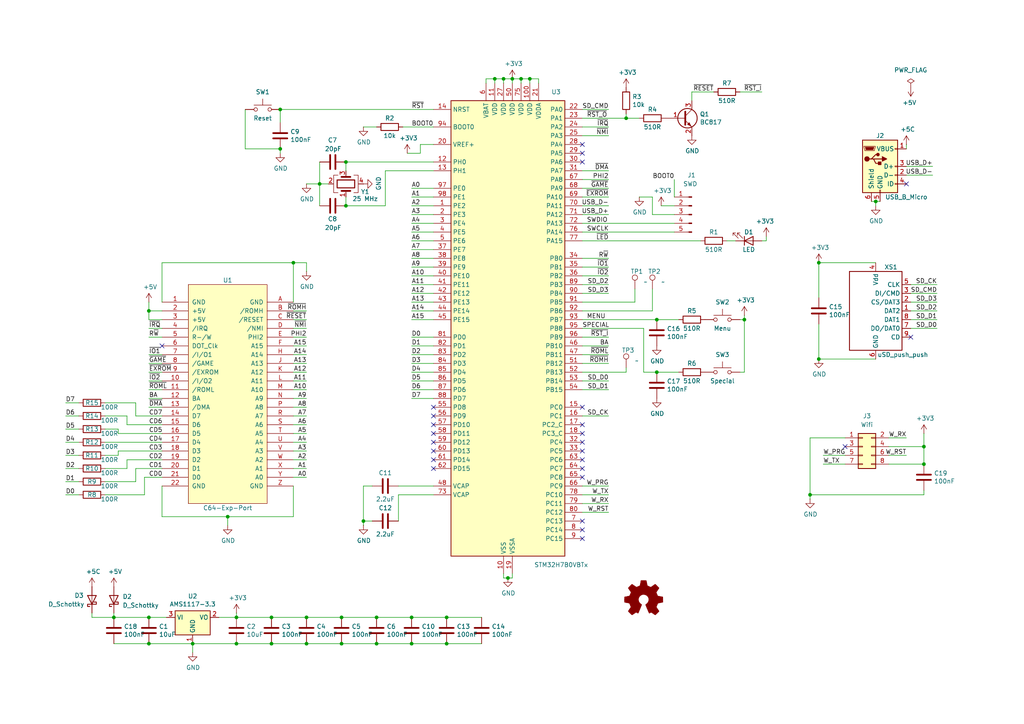
<source format=kicad_sch>
(kicad_sch (version 20231120) (generator "eeschema") (generator_version "8.0")
  (paper "A4")
  (title_block (title "Kung Fu Flash 2") (date "2023-12-26") (rev "1") (company "open hardware"))
  (lib_symbols
    (symbol "Connector:Conn_01x05_Pin" (pin_names (offset 1.016) hide)
      (property "Reference" "J" (at 0 7.62 0))
      (property "Value" "Conn_01x05_Pin" (at 0 -7.62 0))
      (symbol "Conn_01x05_Pin_1_1"
        (pin passive line (at 5.08 5.08 180) (length 3.81) (name "Pin_1") (number "1"))
        (pin passive line (at 5.08 2.54 180) (length 3.81) (name "Pin_2") (number "2"))
        (pin passive line (at 5.08 0 180) (length 3.81) (name "Pin_3") (number "3"))
        (pin passive line (at 5.08 -2.54 180) (length 3.81) (name "Pin_4") (number "4"))
        (pin passive line (at 5.08 -5.08 180) (length 3.81) (name "Pin_5") (number "5"))
      )
    )
    (symbol "Connector:TestPoint" (pin_numbers hide) (pin_names (offset 0.762) hide)
      (property "Reference" "TP" (at 0 6.858 0))
      (property "Value" "TestPoint" (at 0 5.08 0))
      (symbol "TestPoint_1_1"
        (pin passive line (at 0 0 90) (length 2.54) (name "1") (number "1"))
      )
    )
    (symbol "Connector_Generic:Conn_02x04_Odd_Even" (pin_names (offset 1.016) hide)
      (property "Reference" "J" (at 1.27 5.08 0))
      (property "Value" "Conn_02x04_Odd_Even" (at 1.27 -7.62 0))
      (symbol "Conn_02x04_Odd_Even_1_1"
        (pin passive line (at -5.08 2.54 0) (length 3.81) (name "Pin_1") (number "1"))
        (pin passive line (at 7.62 2.54 180) (length 3.81) (name "Pin_2") (number "2"))
        (pin passive line (at -5.08 0 0) (length 3.81) (name "Pin_3") (number "3"))
        (pin passive line (at 7.62 0 180) (length 3.81) (name "Pin_4") (number "4"))
        (pin passive line (at -5.08 -2.54 0) (length 3.81) (name "Pin_5") (number "5"))
        (pin passive line (at 7.62 -2.54 180) (length 3.81) (name "Pin_6") (number "6"))
        (pin passive line (at -5.08 -5.08 0) (length 3.81) (name "Pin_7") (number "7"))
        (pin passive line (at 7.62 -5.08 180) (length 3.81) (name "Pin_8") (number "8"))
      )
    )
    (symbol "Device:C" (pin_numbers hide) (pin_names (offset 0.254))
      (property "Reference" "C" (at 0.635 2.54 0))
      (property "Value" "C" (at 0.635 -2.54 0))
      (symbol "C_1_1"
        (pin passive line (at 0 3.81 270) (length 2.794) (name "~") (number "1"))
        (pin passive line (at 0 -3.81 90) (length 2.794) (name "~") (number "2"))
      )
    )
    (symbol "Device:Crystal_GND24" (pin_names (offset 1.016) hide)
      (property "Reference" "Y" (at 3.175 5.08 0))
      (property "Value" "Crystal_GND24" (at 3.175 3.175 0))
      (symbol "Crystal_GND24_1_1"
        (pin passive line (at -3.81 0 0) (length 1.27) (name "1") (number "1"))
        (pin passive line (at 0 5.08 270) (length 1.27) (name "2") (number "2"))
        (pin passive line (at 3.81 0 180) (length 1.27) (name "3") (number "3"))
        (pin passive line (at 0 -5.08 90) (length 1.27) (name "4") (number "4"))
      )
    )
    (symbol "Device:D_Schottky" (pin_numbers hide) (pin_names (offset 1.016) hide)
      (property "Reference" "D" (at 0 2.54 0))
      (property "Value" "D_Schottky" (at 0 -2.54 0))
      (symbol "D_Schottky_1_1"
        (pin passive line (at -3.81 0 0) (length 2.54) (name "K") (number "1"))
        (pin passive line (at 3.81 0 180) (length 2.54) (name "A") (number "2"))
      )
    )
    (symbol "Device:LED" (pin_numbers hide) (pin_names (offset 1.016) hide)
      (property "Reference" "D" (at 0 2.54 0))
      (property "Value" "LED" (at 0 -2.54 0))
      (symbol "LED_1_1"
        (pin passive line (at -3.81 0 0) (length 2.54) (name "K") (number "1"))
        (pin passive line (at 3.81 0 180) (length 2.54) (name "A") (number "2"))
      )
    )
    (symbol "Device:R" (pin_numbers hide) (pin_names (offset 0))
      (property "Reference" "R" (at 2.032 0 90))
      (property "Value" "R" (at 0 0 90))
      (symbol "R_1_1"
        (pin passive line (at 0 3.81 270) (length 1.27) (name "~") (number "1"))
        (pin passive line (at 0 -3.81 90) (length 1.27) (name "~") (number "2"))
      )
    )
    (symbol "Graphic:Logo_Open_Hardware_Small" (in_bom no) (on_board no))
    (symbol "KungFuFlash2:C64-Exp-Port-C64-Exp-Port" (pin_names (offset 1.016))
      (property "Reference" "U1" (at 0 33.02 0))
      (property "Value" "C64-Exp-Port" (at 0 -33.02 0))
      (symbol "C64-Exp-Port-C64-Exp-Port_1_1"
        (pin power_in line (at -19.05 26.67 0) (length 7.62) (name "GND") (number "1"))
        (pin passive line (at -19.05 3.81 0) (length 7.62) (name "/I/O2") (number "10"))
        (pin passive line (at -19.05 1.27 0) (length 7.62) (name "/ROML") (number "11"))
        (pin passive line (at -19.05 -1.27 0) (length 7.62) (name "BA") (number "12"))
        (pin passive line (at -19.05 -3.81 0) (length 7.62) (name "/DMA") (number "13"))
        (pin passive line (at -19.05 -6.35 0) (length 7.62) (name "D7") (number "14"))
        (pin passive line (at -19.05 -8.89 0) (length 7.62) (name "D6") (number "15"))
        (pin passive line (at -19.05 -11.43 0) (length 7.62) (name "D5") (number "16"))
        (pin passive line (at -19.05 -13.97 0) (length 7.62) (name "D4") (number "17"))
        (pin passive line (at -19.05 -16.51 0) (length 7.62) (name "D3") (number "18"))
        (pin passive line (at -19.05 -19.05 0) (length 7.62) (name "D2") (number "19"))
        (pin power_in line (at -19.05 24.13 0) (length 7.62) (name "+5V") (number "2"))
        (pin passive line (at -19.05 -21.59 0) (length 7.62) (name "D1") (number "20"))
        (pin passive line (at -19.05 -24.13 0) (length 7.62) (name "D0") (number "21"))
        (pin power_in line (at -19.05 -26.67 0) (length 7.62) (name "GND") (number "22"))
        (pin power_in line (at -19.05 21.59 0) (length 7.62) (name "+5V") (number "3"))
        (pin passive line (at -19.05 19.05 0) (length 7.62) (name "/IRQ") (number "4"))
        (pin passive line (at -19.05 16.51 0) (length 7.62) (name "R-/W") (number "5"))
        (pin passive line (at -19.05 13.97 0) (length 7.62) (name "DOT_Clk") (number "6"))
        (pin passive line (at -19.05 11.43 0) (length 7.62) (name "/I/O1") (number "7"))
        (pin passive line (at -19.05 8.89 0) (length 7.62) (name "/GAME") (number "8"))
        (pin passive line (at -19.05 6.35 0) (length 7.62) (name "/EXROM") (number "9"))
        (pin power_in line (at 19.05 26.67 180) (length 7.62) (name "GND") (number "A"))
        (pin passive line (at 19.05 24.13 180) (length 7.62) (name "/ROMH") (number "B"))
        (pin passive line (at 19.05 21.59 180) (length 7.62) (name "/RESET") (number "C"))
        (pin passive line (at 19.05 19.05 180) (length 7.62) (name "/NMI") (number "D"))
        (pin passive line (at 19.05 16.51 180) (length 7.62) (name "PHI2") (number "E"))
        (pin passive line (at 19.05 13.97 180) (length 7.62) (name "A15") (number "F"))
        (pin passive line (at 19.05 11.43 180) (length 7.62) (name "A14") (number "H"))
        (pin passive line (at 19.05 8.89 180) (length 7.62) (name "A13") (number "J"))
        (pin passive line (at 19.05 6.35 180) (length 7.62) (name "A12") (number "K"))
        (pin passive line (at 19.05 3.81 180) (length 7.62) (name "A11") (number "L"))
        (pin passive line (at 19.05 1.27 180) (length 7.62) (name "A10") (number "M"))
        (pin passive line (at 19.05 -1.27 180) (length 7.62) (name "A9") (number "N"))
        (pin passive line (at 19.05 -3.81 180) (length 7.62) (name "A8") (number "P"))
        (pin passive line (at 19.05 -6.35 180) (length 7.62) (name "A7") (number "R"))
        (pin passive line (at 19.05 -8.89 180) (length 7.62) (name "A6") (number "S"))
        (pin passive line (at 19.05 -11.43 180) (length 7.62) (name "A5") (number "T"))
        (pin passive line (at 19.05 -13.97 180) (length 7.62) (name "A4") (number "U"))
        (pin passive line (at 19.05 -16.51 180) (length 7.62) (name "A3") (number "V"))
        (pin passive line (at 19.05 -19.05 180) (length 7.62) (name "A2") (number "W"))
        (pin passive line (at 19.05 -21.59 180) (length 7.62) (name "A1") (number "X"))
        (pin passive line (at 19.05 -24.13 180) (length 7.62) (name "A0") (number "Y"))
        (pin power_in line (at 19.05 -26.67 180) (length 7.62) (name "GND") (number "Z"))
      )
    )
    (symbol "KungFuFlash2:SD_ebay-uSD-push_push_SMD"
      (property "Reference" "XS1" (at 5.08 12.7 0))
      (property "Value" "uSD_push_push" (at 13.97 -12.7 0))
      (symbol "SD_ebay-uSD-push_push_SMD_1_1"
        (pin bidirectional line (at 8.89 0 180) (length 2.54) (name "DAT2") (number "1"))
        (pin input line (at 8.89 2.54 180) (length 2.54) (name "CS/DAT3") (number "2"))
        (pin input line (at 8.89 5.08 180) (length 2.54) (name "DI/CMD") (number "3"))
        (pin input line (at -1.27 13.97 270) (length 2.54) (name "Vdd") (number "4"))
        (pin input line (at 8.89 7.62 180) (length 2.54) (name "CLK") (number "5"))
        (pin input line (at -1.27 -13.97 90) (length 2.54) (name "GND") (number "6"))
        (pin input line (at 8.89 -5.08 180) (length 2.54) (name "DO/DAT0") (number "7"))
        (pin bidirectional line (at 8.89 -2.54 180) (length 2.54) (name "DAT1") (number "8"))
        (pin input line (at 8.89 -7.62 180) (length 2.54) (name "CD") (number "9"))
      )
    )
    (symbol "KungFuFlash2:USB_B_Micro-Connector" (pin_names (offset 1.016))
      (property "Reference" "J2" (at 0 8.89 0))
      (property "Value" "USB_B_Micro" (at 7.62 -8.89 0))
      (symbol "USB_B_Micro-Connector_1_1"
        (pin power_out line (at 7.62 5.08 180) (length 2.54) (name "VBUS") (number "1"))
        (pin passive line (at 7.62 -2.54 180) (length 2.54) (name "D-") (number "2"))
        (pin passive line (at 7.62 0 180) (length 2.54) (name "D+") (number "3"))
        (pin passive line (at 7.62 -5.08 180) (length 2.54) (name "ID") (number "4"))
        (pin power_out line (at 0 -10.16 90) (length 2.54) (name "GND") (number "5"))
        (pin passive line (at -2.54 -10.16 90) (length 2.54) (name "Shield") (number "6"))
      )
    )
    (symbol "MCU_ST_STM32H7:STM32H7B0VBTx"
      (property "Reference" "U" (at -15.24 67.31 0))
      (property "Value" "STM32H7B0VBTx" (at 12.7 67.31 0))
      (symbol "STM32H7B0VBTx_1_1"
        (pin bidirectional line (at -20.32 35.56 0) (length 5.08) (name "PE2") (number "1"))
        (pin power_in line (at 0 -71.12 90) (length 5.08) (name "VSS") (number "10"))
        (pin power_in line (at 7.62 71.12 270) (length 5.08) (name "VDD") (number "100"))
        (pin power_in line (at -2.54 71.12 270) (length 5.08) (name "VDD") (number "11"))
        (pin bidirectional line (at -20.32 48.26 0) (length 5.08) (name "PH0") (number "12"))
        (pin bidirectional line (at -20.32 45.72 0) (length 5.08) (name "PH1") (number "13"))
        (pin input line (at -20.32 63.5 0) (length 5.08) (name "NRST") (number "14"))
        (pin bidirectional line (at 22.86 -22.86 180) (length 5.08) (name "PC0") (number "15"))
        (pin bidirectional line (at 22.86 -25.4 180) (length 5.08) (name "PC1") (number "16"))
        (pin bidirectional line (at 22.86 -27.94 180) (length 5.08) (name "PC2_C") (number "17"))
        (pin bidirectional line (at 22.86 -30.48 180) (length 5.08) (name "PC3_C") (number "18"))
        (pin power_in line (at 2.54 -71.12 90) (length 5.08) (name "VSSA") (number "19"))
        (pin bidirectional line (at -20.32 33.02 0) (length 5.08) (name "PE3") (number "2"))
        (pin input line (at -20.32 53.34 0) (length 5.08) (name "VREF+") (number "20"))
        (pin power_in line (at 10.16 71.12 270) (length 5.08) (name "VDDA") (number "21"))
        (pin bidirectional line (at 22.86 63.5 180) (length 5.08) (name "PA0") (number "22"))
        (pin bidirectional line (at 22.86 60.96 180) (length 5.08) (name "PA1") (number "23"))
        (pin bidirectional line (at 22.86 58.42 180) (length 5.08) (name "PA2") (number "24"))
        (pin bidirectional line (at 22.86 55.88 180) (length 5.08) (name "PA3") (number "25"))
        (pin passive line (at 0 -71.12 90) (length 5.08) hide (name "VSS") (number "26"))
        (pin power_in line (at 0 71.12 270) (length 5.08) (name "VDD") (number "27"))
        (pin bidirectional line (at 22.86 53.34 180) (length 5.08) (name "PA4") (number "28"))
        (pin bidirectional line (at 22.86 50.8 180) (length 5.08) (name "PA5") (number "29"))
        (pin bidirectional line (at -20.32 30.48 0) (length 5.08) (name "PE4") (number "3"))
        (pin bidirectional line (at 22.86 48.26 180) (length 5.08) (name "PA6") (number "30"))
        (pin bidirectional line (at 22.86 45.72 180) (length 5.08) (name "PA7") (number "31"))
        (pin bidirectional line (at 22.86 -33.02 180) (length 5.08) (name "PC4") (number "32"))
        (pin bidirectional line (at 22.86 -35.56 180) (length 5.08) (name "PC5") (number "33"))
        (pin bidirectional line (at 22.86 20.32 180) (length 5.08) (name "PB0") (number "34"))
        (pin bidirectional line (at 22.86 17.78 180) (length 5.08) (name "PB1") (number "35"))
        (pin bidirectional line (at 22.86 15.24 180) (length 5.08) (name "PB2") (number "36"))
        (pin bidirectional line (at -20.32 22.86 0) (length 5.08) (name "PE7") (number "37"))
        (pin bidirectional line (at -20.32 20.32 0) (length 5.08) (name "PE8") (number "38"))
        (pin bidirectional line (at -20.32 17.78 0) (length 5.08) (name "PE9") (number "39"))
        (pin bidirectional line (at -20.32 27.94 0) (length 5.08) (name "PE5") (number "4"))
        (pin bidirectional line (at -20.32 15.24 0) (length 5.08) (name "PE10") (number "40"))
        (pin bidirectional line (at -20.32 12.7 0) (length 5.08) (name "PE11") (number "41"))
        (pin bidirectional line (at -20.32 10.16 0) (length 5.08) (name "PE12") (number "42"))
        (pin bidirectional line (at -20.32 7.62 0) (length 5.08) (name "PE13") (number "43"))
        (pin bidirectional line (at -20.32 5.08 0) (length 5.08) (name "PE14") (number "44"))
        (pin bidirectional line (at -20.32 2.54 0) (length 5.08) (name "PE15") (number "45"))
        (pin bidirectional line (at 22.86 -5.08 180) (length 5.08) (name "PB10") (number "46"))
        (pin bidirectional line (at 22.86 -7.62 180) (length 5.08) (name "PB11") (number "47"))
        (pin power_out line (at -20.32 -45.72 0) (length 5.08) (name "VCAP") (number "48"))
        (pin passive line (at 0 -71.12 90) (length 5.08) hide (name "VSS") (number "49"))
        (pin bidirectional line (at -20.32 25.4 0) (length 5.08) (name "PE6") (number "5"))
        (pin power_in line (at 2.54 71.12 270) (length 5.08) (name "VDD") (number "50"))
        (pin bidirectional line (at 22.86 -10.16 180) (length 5.08) (name "PB12") (number "51"))
        (pin bidirectional line (at 22.86 -12.7 180) (length 5.08) (name "PB13") (number "52"))
        (pin bidirectional line (at 22.86 -15.24 180) (length 5.08) (name "PB14") (number "53"))
        (pin bidirectional line (at 22.86 -17.78 180) (length 5.08) (name "PB15") (number "54"))
        (pin bidirectional line (at -20.32 -22.86 0) (length 5.08) (name "PD8") (number "55"))
        (pin bidirectional line (at -20.32 -25.4 0) (length 5.08) (name "PD9") (number "56"))
        (pin bidirectional line (at -20.32 -27.94 0) (length 5.08) (name "PD10") (number "57"))
        (pin bidirectional line (at -20.32 -30.48 0) (length 5.08) (name "PD11") (number "58"))
        (pin bidirectional line (at -20.32 -33.02 0) (length 5.08) (name "PD12") (number "59"))
        (pin power_in line (at -5.08 71.12 270) (length 5.08) (name "VBAT") (number "6"))
        (pin bidirectional line (at -20.32 -35.56 0) (length 5.08) (name "PD13") (number "60"))
        (pin bidirectional line (at -20.32 -38.1 0) (length 5.08) (name "PD14") (number "61"))
        (pin bidirectional line (at -20.32 -40.64 0) (length 5.08) (name "PD15") (number "62"))
        (pin bidirectional line (at 22.86 -38.1 180) (length 5.08) (name "PC6") (number "63"))
        (pin bidirectional line (at 22.86 -40.64 180) (length 5.08) (name "PC7") (number "64"))
        (pin bidirectional line (at 22.86 -43.18 180) (length 5.08) (name "PC8") (number "65"))
        (pin bidirectional line (at 22.86 -45.72 180) (length 5.08) (name "PC9") (number "66"))
        (pin bidirectional line (at 22.86 43.18 180) (length 5.08) (name "PA8") (number "67"))
        (pin bidirectional line (at 22.86 40.64 180) (length 5.08) (name "PA9") (number "68"))
        (pin bidirectional line (at 22.86 38.1 180) (length 5.08) (name "PA10") (number "69"))
        (pin bidirectional line (at 22.86 -55.88 180) (length 5.08) (name "PC13") (number "7"))
        (pin bidirectional line (at 22.86 35.56 180) (length 5.08) (name "PA11") (number "70"))
        (pin bidirectional line (at 22.86 33.02 180) (length 5.08) (name "PA12") (number "71"))
        (pin bidirectional line (at 22.86 30.48 180) (length 5.08) (name "PA13") (number "72"))
        (pin power_out line (at -20.32 -48.26 0) (length 5.08) (name "VCAP") (number "73"))
        (pin passive line (at 0 -71.12 90) (length 5.08) hide (name "VSS") (number "74"))
        (pin power_in line (at 5.08 71.12 270) (length 5.08) (name "VDD") (number "75"))
        (pin bidirectional line (at 22.86 27.94 180) (length 5.08) (name "PA14") (number "76"))
        (pin bidirectional line (at 22.86 25.4 180) (length 5.08) (name "PA15") (number "77"))
        (pin bidirectional line (at 22.86 -48.26 180) (length 5.08) (name "PC10") (number "78"))
        (pin bidirectional line (at 22.86 -50.8 180) (length 5.08) (name "PC11") (number "79"))
        (pin bidirectional line (at 22.86 -58.42 180) (length 5.08) (name "PC14") (number "8"))
        (pin bidirectional line (at 22.86 -53.34 180) (length 5.08) (name "PC12") (number "80"))
        (pin bidirectional line (at -20.32 -2.54 0) (length 5.08) (name "PD0") (number "81"))
        (pin bidirectional line (at -20.32 -5.08 0) (length 5.08) (name "PD1") (number "82"))
        (pin bidirectional line (at -20.32 -7.62 0) (length 5.08) (name "PD2") (number "83"))
        (pin bidirectional line (at -20.32 -10.16 0) (length 5.08) (name "PD3") (number "84"))
        (pin bidirectional line (at -20.32 -12.7 0) (length 5.08) (name "PD4") (number "85"))
        (pin bidirectional line (at -20.32 -15.24 0) (length 5.08) (name "PD5") (number "86"))
        (pin bidirectional line (at -20.32 -17.78 0) (length 5.08) (name "PD6") (number "87"))
        (pin bidirectional line (at -20.32 -20.32 0) (length 5.08) (name "PD7") (number "88"))
        (pin bidirectional line (at 22.86 12.7 180) (length 5.08) (name "PB3") (number "89"))
        (pin bidirectional line (at 22.86 -60.96 180) (length 5.08) (name "PC15") (number "9"))
        (pin bidirectional line (at 22.86 10.16 180) (length 5.08) (name "PB4") (number "90"))
        (pin bidirectional line (at 22.86 7.62 180) (length 5.08) (name "PB5") (number "91"))
        (pin bidirectional line (at 22.86 5.08 180) (length 5.08) (name "PB6") (number "92"))
        (pin bidirectional line (at 22.86 2.54 180) (length 5.08) (name "PB7") (number "93"))
        (pin input line (at -20.32 58.42 0) (length 5.08) (name "BOOT0") (number "94"))
        (pin bidirectional line (at 22.86 0 180) (length 5.08) (name "PB8") (number "95"))
        (pin bidirectional line (at 22.86 -2.54 180) (length 5.08) (name "PB9") (number "96"))
        (pin bidirectional line (at -20.32 40.64 0) (length 5.08) (name "PE0") (number "97"))
        (pin bidirectional line (at -20.32 38.1 0) (length 5.08) (name "PE1") (number "98"))
        (pin passive line (at 0 -71.12 90) (length 5.08) hide (name "VSS") (number "99"))
      )
    )
    (symbol "Regulator_Linear:AMS1117-3.3"
      (property "Reference" "U" (at -3.81 3.175 0))
      (property "Value" "AMS1117-3.3" (at 0 3.175 0))
      (symbol "AMS1117-3.3_1_1"
        (pin power_in line (at 0 -7.62 90) (length 2.54) (name "GND") (number "1"))
        (pin power_out line (at 7.62 0 180) (length 2.54) (name "VO") (number "2"))
        (pin power_in line (at -7.62 0 0) (length 2.54) (name "VI") (number "3"))
      )
    )
    (symbol "Switch:SW_Push" (pin_numbers hide) (pin_names (offset 1.016) hide)
      (property "Reference" "SW" (at 1.27 2.54 0))
      (property "Value" "SW_Push" (at 0 -1.524 0))
      (symbol "SW_Push_0_1"
        (pin passive line (at -5.08 0 0) (length 2.54) (name "1") (number "1"))
        (pin passive line (at 5.08 0 180) (length 2.54) (name "2") (number "2"))
      )
    )
    (symbol "Transistor_BJT:BC817" (pin_names (offset 0) hide)
      (property "Reference" "Q" (at 5.08 1.905 0))
      (property "Value" "BC817" (at 5.08 0 0))
      (symbol "BC817_1_1"
        (pin input line (at -5.08 0 0) (length 5.715) (name "B") (number "1"))
        (pin passive line (at 2.54 -5.08 90) (length 2.54) (name "E") (number "2"))
        (pin passive line (at 2.54 5.08 270) (length 2.54) (name "C") (number "3"))
      )
    )
    (symbol "power:+3V3" (power) (pin_numbers hide) (pin_names (offset 0) hide)
      (property "Value" "+3V3" (at 0 3.556 0))
      (symbol "+3V3_1_1"
        (pin power_in line (at 0 0 90) (length 0) (name "~") (number "1"))
      )
    )
    (symbol "power:+5C" (power) (pin_numbers hide) (pin_names (offset 0) hide)
      (property "Value" "+5C" (at 0 3.556 0))
      (symbol "+5C_1_1"
        (pin power_in line (at 0 0 90) (length 0) (name "~") (number "1"))
      )
    )
    (symbol "power:+5V" (power) (pin_numbers hide) (pin_names (offset 0) hide)
      (property "Value" "+5V" (at 0 3.556 0))
      (symbol "+5V_1_1"
        (pin power_in line (at 0 0 90) (length 0) (name "~") (number "1"))
      )
    )
    (symbol "power:GND" (power) (pin_numbers hide) (pin_names (offset 0) hide)
      (property "Value" "GND" (at 0 -3.81 0))
      (symbol "GND_1_1"
        (pin power_in line (at 0 0 270) (length 0) (name "~") (number "1"))
      )
    )
    (symbol "power:PWR_FLAG" (power) (pin_numbers hide) (pin_names (offset 0) hide)
      (property "Value" "PWR_FLAG" (at 0 3.81 0))
      (symbol "PWR_FLAG_0_0"
        (pin power_out line (at 0 0 90) (length 0) (name "~") (number "1"))
      )
    )
  )
  (junction (at 43.18 179.07))
  (junction (at 151.13 22.86))
  (junction (at 267.97 129.54))
  (junction (at 254 58.42))
  (junction (at 181.61 34.29))
  (junction (at 237.49 76.2))
  (junction (at 100.33 46.99))
  (junction (at 234.95 143.51))
  (junction (at 105.41 151.13))
  (junction (at 55.88 186.69))
  (junction (at 78.74 179.07))
  (junction (at 143.51 22.86))
  (junction (at 81.28 31.75))
  (junction (at 88.9 179.07))
  (junction (at 119.38 186.69))
  (junction (at 43.18 186.69))
  (junction (at 129.54 186.69))
  (junction (at 100.33 59.69))
  (junction (at 68.58 186.69))
  (junction (at 267.97 134.62))
  (junction (at 237.49 104.14))
  (junction (at 81.28 43.18))
  (junction (at 190.5 107.95))
  (junction (at 99.06 179.07))
  (junction (at 78.74 186.69))
  (junction (at 68.58 179.07))
  (junction (at 129.54 179.07))
  (junction (at 215.9 92.71))
  (junction (at 119.38 179.07))
  (junction (at 147.32 167.64))
  (junction (at 43.18 90.17))
  (junction (at 92.71 53.34))
  (junction (at 88.9 186.69))
  (junction (at 190.5 92.71))
  (junction (at 148.59 22.86))
  (junction (at 109.22 186.69))
  (junction (at 153.67 22.86))
  (junction (at 99.06 186.69))
  (junction (at 66.04 149.86))
  (junction (at 85.09 76.2))
  (junction (at 146.05 22.86))
  (junction (at 33.02 179.07))
  (junction (at 109.22 179.07))
  (no_connect (at 168.91 128.27))
  (no_connect (at 46.99 100.33))
  (no_connect (at 168.91 138.43))
  (no_connect (at 168.91 46.99))
  (no_connect (at 168.91 133.35))
  (no_connect (at 168.91 44.45))
  (no_connect (at 168.91 118.11))
  (no_connect (at 168.91 153.67))
  (no_connect (at 125.73 130.81))
  (no_connect (at 168.91 135.89))
  (no_connect (at 262.89 53.34))
  (no_connect (at 264.16 97.79))
  (no_connect (at 168.91 156.21))
  (no_connect (at 125.73 133.35))
  (no_connect (at 125.73 123.19))
  (no_connect (at 125.73 135.89))
  (no_connect (at 125.73 125.73))
  (no_connect (at 168.91 125.73))
  (no_connect (at 168.91 151.13))
  (no_connect (at 168.91 123.19))
  (no_connect (at 168.91 41.91))
  (no_connect (at 125.73 128.27))
  (no_connect (at 125.73 118.11))
  (no_connect (at 245.11 129.54))
  (no_connect (at 168.91 130.81))
  (no_connect (at 125.73 120.65))
  (wire (pts (xy 181.61 106.68) (xy 181.61 107.95)))
  (wire (pts (xy 119.38 62.23) (xy 125.73 62.23)))
  (wire (pts (xy 43.18 102.87) (xy 46.99 102.87)))
  (wire (pts (xy 88.9 110.49) (xy 85.09 110.49)))
  (wire (pts (xy 19.05 116.84) (xy 22.86 116.84)))
  (wire (pts (xy 215.9 92.71) (xy 215.9 107.95)))
  (wire (pts (xy 36.83 123.19) (xy 46.99 123.19)))
  (wire (pts (xy 168.91 146.05) (xy 176.53 146.05)))
  (wire (pts (xy 168.91 97.79) (xy 176.53 97.79)))
  (wire (pts (xy 238.76 134.62) (xy 245.11 134.62)))
  (wire (pts (xy 237.49 93.98) (xy 237.49 104.14)))
  (wire (pts (xy 100.33 59.69) (xy 100.33 57.15)))
  (wire (pts (xy 119.38 107.95) (xy 125.73 107.95)))
  (wire (pts (xy 33.02 177.8) (xy 33.02 179.07)))
  (wire (pts (xy 66.04 149.86) (xy 85.09 149.86)))
  (wire (pts (xy 41.91 138.43) (xy 46.99 138.43)))
  (wire (pts (xy 92.71 46.99) (xy 92.71 53.34)))
  (wire (pts (xy 78.74 186.69) (xy 88.9 186.69)))
  (wire (pts (xy 39.37 139.7) (xy 30.48 139.7)))
  (wire (pts (xy 81.28 31.75) (xy 125.73 31.75)))
  (wire (pts (xy 46.99 140.97) (xy 46.99 149.86)))
  (wire (pts (xy 88.9 95.25) (xy 85.09 95.25)))
  (wire (pts (xy 43.18 107.95) (xy 46.99 107.95)))
  (wire (pts (xy 30.48 124.46) (xy 34.29 124.46)))
  (wire (pts (xy 92.71 53.34) (xy 95.25 53.34)))
  (wire (pts (xy 88.9 97.79) (xy 85.09 97.79)))
  (wire (pts (xy 46.99 87.63) (xy 46.99 76.2)))
  (wire (pts (xy 168.91 36.83) (xy 176.53 36.83)))
  (wire (pts (xy 186.69 107.95) (xy 190.5 107.95)))
  (wire (pts (xy 39.37 135.89) (xy 39.37 139.7)))
  (wire (pts (xy 185.42 57.15) (xy 189.23 57.15)))
  (wire (pts (xy 43.18 110.49) (xy 46.99 110.49)))
  (wire (pts (xy 34.29 132.08) (xy 34.29 130.81)))
  (wire (pts (xy 140.97 22.86) (xy 143.51 22.86)))
  (wire (pts (xy 153.67 22.86) (xy 156.21 22.86)))
  (wire (pts (xy 151.13 22.86) (xy 151.13 24.13)))
  (wire (pts (xy 88.9 76.2) (xy 85.09 76.2)))
  (wire (pts (xy 254 76.2) (xy 237.49 76.2)))
  (wire (pts (xy 115.57 140.97) (xy 125.73 140.97)))
  (wire (pts (xy 119.38 54.61) (xy 125.73 54.61)))
  (wire (pts (xy 168.91 120.65) (xy 176.53 120.65)))
  (wire (pts (xy 26.67 179.07) (xy 26.67 177.8)))
  (wire (pts (xy 190.5 92.71) (xy 196.85 92.71)))
  (wire (pts (xy 214.63 26.67) (xy 220.98 26.67)))
  (wire (pts (xy 267.97 134.62) (xy 267.97 129.54)))
  (wire (pts (xy 88.9 102.87) (xy 85.09 102.87)))
  (wire (pts (xy 115.57 143.51) (xy 115.57 151.13)))
  (wire (pts (xy 267.97 143.51) (xy 267.97 142.24)))
  (wire (pts (xy 238.76 132.08) (xy 245.11 132.08)))
  (wire (pts (xy 184.15 83.82) (xy 184.15 87.63)))
  (wire (pts (xy 168.91 80.01) (xy 176.53 80.01)))
  (wire (pts (xy 88.9 105.41) (xy 85.09 105.41)))
  (wire (pts (xy 234.95 143.51) (xy 267.97 143.51)))
  (wire (pts (xy 19.05 128.27) (xy 22.86 128.27)))
  (wire (pts (xy 46.99 76.2) (xy 85.09 76.2)))
  (wire (pts (xy 105.41 151.13) (xy 107.95 151.13)))
  (wire (pts (xy 30.48 116.84) (xy 39.37 116.84)))
  (wire (pts (xy 168.91 64.77) (xy 195.58 64.77)))
  (wire (pts (xy 88.9 90.17) (xy 85.09 90.17)))
  (wire (pts (xy 262.89 43.18) (xy 262.89 41.91)))
  (wire (pts (xy 119.38 74.93) (xy 125.73 74.93)))
  (wire (pts (xy 43.18 115.57) (xy 46.99 115.57)))
  (wire (pts (xy 189.23 83.82) (xy 189.23 90.17)))
  (wire (pts (xy 36.83 133.35) (xy 36.83 135.89)))
  (wire (pts (xy 88.9 76.2) (xy 88.9 78.74)))
  (wire (pts (xy 119.38 57.15) (xy 125.73 57.15)))
  (wire (pts (xy 71.12 31.75) (xy 71.12 43.18)))
  (wire (pts (xy 34.29 125.73) (xy 46.99 125.73)))
  (wire (pts (xy 215.9 107.95) (xy 214.63 107.95)))
  (wire (pts (xy 139.7 179.07) (xy 129.54 179.07)))
  (wire (pts (xy 55.88 186.69) (xy 55.88 189.23)))
  (wire (pts (xy 264.16 87.63) (xy 271.78 87.63)))
  (wire (pts (xy 39.37 120.65) (xy 46.99 120.65)))
  (wire (pts (xy 88.9 53.34) (xy 92.71 53.34)))
  (wire (pts (xy 88.9 179.07) (xy 78.74 179.07)))
  (wire (pts (xy 88.9 123.19) (xy 85.09 123.19)))
  (wire (pts (xy 88.9 113.03) (xy 85.09 113.03)))
  (wire (pts (xy 100.33 59.69) (xy 111.76 59.69)))
  (wire (pts (xy 168.91 110.49) (xy 176.53 110.49)))
  (wire (pts (xy 146.05 22.86) (xy 148.59 22.86)))
  (wire (pts (xy 168.91 148.59) (xy 176.53 148.59)))
  (wire (pts (xy 30.48 128.27) (xy 46.99 128.27)))
  (wire (pts (xy 119.38 64.77) (xy 125.73 64.77)))
  (wire (pts (xy 88.9 186.69) (xy 99.06 186.69)))
  (wire (pts (xy 129.54 179.07) (xy 119.38 179.07)))
  (wire (pts (xy 85.09 149.86) (xy 85.09 140.97)))
  (wire (pts (xy 264.16 95.25) (xy 271.78 95.25)))
  (wire (pts (xy 168.91 74.93) (xy 176.53 74.93)))
  (wire (pts (xy 168.91 143.51) (xy 176.53 143.51)))
  (wire (pts (xy 92.71 53.34) (xy 92.71 59.69)))
  (wire (pts (xy 184.15 87.63) (xy 168.91 87.63)))
  (wire (pts (xy 148.59 22.86) (xy 148.59 24.13)))
  (wire (pts (xy 168.91 92.71) (xy 190.5 92.71)))
  (wire (pts (xy 121.92 41.91) (xy 125.73 41.91)))
  (wire (pts (xy 119.38 97.79) (xy 125.73 97.79)))
  (wire (pts (xy 264.16 90.17) (xy 271.78 90.17)))
  (wire (pts (xy 119.38 59.69) (xy 125.73 59.69)))
  (wire (pts (xy 119.38 186.69) (xy 129.54 186.69)))
  (wire (pts (xy 168.91 82.55) (xy 176.53 82.55)))
  (wire (pts (xy 105.41 36.83) (xy 109.22 36.83)))
  (wire (pts (xy 36.83 133.35) (xy 46.99 133.35)))
  (wire (pts (xy 264.16 82.55) (xy 271.78 82.55)))
  (wire (pts (xy 237.49 76.2) (xy 237.49 86.36)))
  (wire (pts (xy 109.22 186.69) (xy 119.38 186.69)))
  (wire (pts (xy 168.91 100.33) (xy 176.53 100.33)))
  (wire (pts (xy 200.66 26.67) (xy 207.01 26.67)))
  (wire (pts (xy 190.5 107.95) (xy 196.85 107.95)))
  (wire (pts (xy 234.95 127) (xy 234.95 143.51)))
  (wire (pts (xy 254 59.69) (xy 254 58.42)))
  (wire (pts (xy 195.58 52.07) (xy 195.58 57.15)))
  (wire (pts (xy 168.91 34.29) (xy 181.61 34.29)))
  (wire (pts (xy 88.9 115.57) (xy 85.09 115.57)))
  (wire (pts (xy 215.9 91.44) (xy 215.9 92.71)))
  (wire (pts (xy 30.48 120.65) (xy 36.83 120.65)))
  (wire (pts (xy 109.22 179.07) (xy 99.06 179.07)))
  (wire (pts (xy 100.33 46.99) (xy 125.73 46.99)))
  (wire (pts (xy 88.9 128.27) (xy 85.09 128.27)))
  (wire (pts (xy 119.38 110.49) (xy 125.73 110.49)))
  (wire (pts (xy 262.89 48.26) (xy 270.51 48.26)))
  (wire (pts (xy 119.38 80.01) (xy 125.73 80.01)))
  (wire (pts (xy 19.05 135.89) (xy 22.86 135.89)))
  (wire (pts (xy 156.21 22.86) (xy 156.21 24.13)))
  (wire (pts (xy 168.91 52.07) (xy 176.53 52.07)))
  (wire (pts (xy 121.92 44.45) (xy 121.92 41.91)))
  (wire (pts (xy 119.38 77.47) (xy 125.73 77.47)))
  (wire (pts (xy 267.97 129.54) (xy 267.97 125.73)))
  (wire (pts (xy 78.74 179.07) (xy 68.58 179.07)))
  (wire (pts (xy 181.61 33.02) (xy 181.61 34.29)))
  (wire (pts (xy 88.9 120.65) (xy 85.09 120.65)))
  (wire (pts (xy 36.83 135.89) (xy 30.48 135.89)))
  (wire (pts (xy 168.91 140.97) (xy 176.53 140.97)))
  (wire (pts (xy 43.18 105.41) (xy 46.99 105.41)))
  (wire (pts (xy 39.37 135.89) (xy 46.99 135.89)))
  (wire (pts (xy 189.23 57.15) (xy 189.23 62.23)))
  (wire (pts (xy 88.9 107.95) (xy 85.09 107.95)))
  (wire (pts (xy 88.9 138.43) (xy 85.09 138.43)))
  (wire (pts (xy 118.11 44.45) (xy 121.92 44.45)))
  (wire (pts (xy 43.18 90.17) (xy 43.18 92.71)))
  (wire (pts (xy 191.77 59.69) (xy 195.58 59.69)))
  (wire (pts (xy 168.91 113.03) (xy 176.53 113.03)))
  (wire (pts (xy 200.66 26.67) (xy 200.66 29.21)))
  (wire (pts (xy 30.48 132.08) (xy 34.29 132.08)))
  (wire (pts (xy 34.29 124.46) (xy 34.29 125.73)))
  (wire (pts (xy 19.05 143.51) (xy 22.86 143.51)))
  (wire (pts (xy 33.02 179.07) (xy 43.18 179.07)))
  (wire (pts (xy 88.9 92.71) (xy 85.09 92.71)))
  (wire (pts (xy 189.23 90.17) (xy 168.91 90.17)))
  (wire (pts (xy 43.18 113.03) (xy 46.99 113.03)))
  (wire (pts (xy 222.25 69.85) (xy 220.98 69.85)))
  (wire (pts (xy 119.38 85.09) (xy 125.73 85.09)))
  (wire (pts (xy 66.04 152.4) (xy 66.04 149.86)))
  (wire (pts (xy 148.59 166.37) (xy 148.59 167.64)))
  (wire (pts (xy 119.38 67.31) (xy 125.73 67.31)))
  (wire (pts (xy 176.53 62.23) (xy 168.91 62.23)))
  (wire (pts (xy 55.88 186.69) (xy 68.58 186.69)))
  (wire (pts (xy 36.83 120.65) (xy 36.83 123.19)))
  (wire (pts (xy 46.99 149.86) (xy 66.04 149.86)))
  (wire (pts (xy 147.32 167.64) (xy 148.59 167.64)))
  (wire (pts (xy 43.18 186.69) (xy 55.88 186.69)))
  (wire (pts (xy 81.28 35.56) (xy 81.28 31.75)))
  (wire (pts (xy 119.38 105.41) (xy 125.73 105.41)))
  (wire (pts (xy 116.84 36.83) (xy 125.73 36.83)))
  (wire (pts (xy 168.91 67.31) (xy 195.58 67.31)))
  (wire (pts (xy 88.9 125.73) (xy 85.09 125.73)))
  (wire (pts (xy 140.97 22.86) (xy 140.97 24.13)))
  (wire (pts (xy 39.37 116.84) (xy 39.37 120.65)))
  (wire (pts (xy 119.38 69.85) (xy 125.73 69.85)))
  (wire (pts (xy 119.38 92.71) (xy 125.73 92.71)))
  (wire (pts (xy 176.53 54.61) (xy 168.91 54.61)))
  (wire (pts (xy 68.58 179.07) (xy 68.58 177.8)))
  (wire (pts (xy 257.81 127) (xy 262.89 127)))
  (wire (pts (xy 214.63 92.71) (xy 215.9 92.71)))
  (wire (pts (xy 257.81 129.54) (xy 267.97 129.54)))
  (wire (pts (xy 33.02 186.69) (xy 43.18 186.69)))
  (wire (pts (xy 119.38 90.17) (xy 125.73 90.17)))
  (wire (pts (xy 264.16 85.09) (xy 271.78 85.09)))
  (wire (pts (xy 168.91 31.75) (xy 176.53 31.75)))
  (wire (pts (xy 119.38 100.33) (xy 125.73 100.33)))
  (wire (pts (xy 26.67 179.07) (xy 33.02 179.07)))
  (wire (pts (xy 34.29 130.81) (xy 46.99 130.81)))
  (wire (pts (xy 71.12 43.18) (xy 81.28 43.18)))
  (wire (pts (xy 119.38 115.57) (xy 125.73 115.57)))
  (wire (pts (xy 234.95 144.78) (xy 234.95 143.51)))
  (wire (pts (xy 30.48 143.51) (xy 41.91 143.51)))
  (wire (pts (xy 252.73 58.42) (xy 254 58.42)))
  (wire (pts (xy 264.16 92.71) (xy 271.78 92.71)))
  (wire (pts (xy 81.28 43.18) (xy 81.28 44.45)))
  (wire (pts (xy 168.91 85.09) (xy 176.53 85.09)))
  (wire (pts (xy 99.06 186.69) (xy 109.22 186.69)))
  (wire (pts (xy 176.53 57.15) (xy 168.91 57.15)))
  (wire (pts (xy 100.33 46.99) (xy 100.33 49.53)))
  (wire (pts (xy 143.51 22.86) (xy 146.05 22.86)))
  (wire (pts (xy 99.06 179.07) (xy 88.9 179.07)))
  (wire (pts (xy 119.38 87.63) (xy 125.73 87.63)))
  (wire (pts (xy 168.91 49.53) (xy 176.53 49.53)))
  (wire (pts (xy 186.69 95.25) (xy 168.91 95.25)))
  (wire (pts (xy 43.18 95.25) (xy 46.99 95.25)))
  (wire (pts (xy 168.91 59.69) (xy 176.53 59.69)))
  (wire (pts (xy 151.13 22.86) (xy 153.67 22.86)))
  (wire (pts (xy 111.76 49.53) (xy 125.73 49.53)))
  (wire (pts (xy 262.89 50.8) (xy 270.51 50.8)))
  (wire (pts (xy 88.9 135.89) (xy 85.09 135.89)))
  (wire (pts (xy 43.18 118.11) (xy 46.99 118.11)))
  (wire (pts (xy 257.81 134.62) (xy 267.97 134.62)))
  (wire (pts (xy 237.49 104.14) (xy 254 104.14)))
  (wire (pts (xy 19.05 124.46) (xy 22.86 124.46)))
  (wire (pts (xy 146.05 167.64) (xy 147.32 167.64)))
  (wire (pts (xy 168.91 69.85) (xy 203.2 69.85)))
  (wire (pts (xy 129.54 186.69) (xy 139.7 186.69)))
  (wire (pts (xy 63.5 179.07) (xy 68.58 179.07)))
  (wire (pts (xy 234.95 127) (xy 245.11 127)))
  (wire (pts (xy 168.91 107.95) (xy 181.61 107.95)))
  (wire (pts (xy 119.38 179.07) (xy 109.22 179.07)))
  (wire (pts (xy 111.76 49.53) (xy 111.76 59.69)))
  (wire (pts (xy 105.41 151.13) (xy 105.41 152.4)))
  (wire (pts (xy 48.26 179.07) (xy 43.18 179.07)))
  (wire (pts (xy 222.25 68.58) (xy 222.25 69.85)))
  (wire (pts (xy 119.38 82.55) (xy 125.73 82.55)))
  (wire (pts (xy 257.81 132.08) (xy 262.89 132.08)))
  (wire (pts (xy 115.57 143.51) (xy 125.73 143.51)))
  (wire (pts (xy 153.67 22.86) (xy 153.67 24.13)))
  (wire (pts (xy 168.91 102.87) (xy 176.53 102.87)))
  (wire (pts (xy 148.59 22.86) (xy 151.13 22.86)))
  (wire (pts (xy 119.38 72.39) (xy 125.73 72.39)))
  (wire (pts (xy 88.9 118.11) (xy 85.09 118.11)))
  (wire (pts (xy 88.9 100.33) (xy 85.09 100.33)))
  (wire (pts (xy 19.05 139.7) (xy 22.86 139.7)))
  (wire (pts (xy 68.58 186.69) (xy 78.74 186.69)))
  (wire (pts (xy 107.95 140.97) (xy 105.41 140.97)))
  (wire (pts (xy 189.23 62.23) (xy 195.58 62.23)))
  (wire (pts (xy 19.05 132.08) (xy 22.86 132.08)))
  (wire (pts (xy 88.9 130.81) (xy 85.09 130.81)))
  (wire (pts (xy 146.05 22.86) (xy 146.05 24.13)))
  (wire (pts (xy 43.18 87.63) (xy 43.18 90.17)))
  (wire (pts (xy 119.38 113.03) (xy 125.73 113.03)))
  (wire (pts (xy 119.38 102.87) (xy 125.73 102.87)))
  (wire (pts (xy 46.99 92.71) (xy 43.18 92.71)))
  (wire (pts (xy 168.91 77.47) (xy 176.53 77.47)))
  (wire (pts (xy 85.09 76.2) (xy 85.09 87.63)))
  (wire (pts (xy 213.36 69.85) (xy 210.82 69.85)))
  (wire (pts (xy 19.05 120.65) (xy 22.86 120.65)))
  (wire (pts (xy 186.69 107.95) (xy 186.69 95.25)))
  (wire (pts (xy 181.61 34.29) (xy 185.42 34.29)))
  (wire (pts (xy 254 58.42) (xy 255.27 58.42)))
  (wire (pts (xy 168.91 105.41) (xy 176.53 105.41)))
  (wire (pts (xy 168.91 39.37) (xy 176.53 39.37)))
  (wire (pts (xy 146.05 167.64) (xy 146.05 166.37)))
  (wire (pts (xy 43.18 97.79) (xy 46.99 97.79)))
  (wire (pts (xy 105.41 140.97) (xy 105.41 151.13)))
  (wire (pts (xy 88.9 133.35) (xy 85.09 133.35)))
  (wire (pts (xy 43.18 90.17) (xy 46.99 90.17)))
  (wire (pts (xy 41.91 138.43) (xy 41.91 143.51)))
  (wire (pts (xy 143.51 22.86) (xy 143.51 24.13)))
  (label "A0" (at 88.9 138.43 180))
  (label "R~{W}" (at 43.18 97.79 0))
  (label "PHI2" (at 176.53 52.07 180))
  (label "~{NMI}" (at 88.9 95.25 180))
  (label "SD_D3" (at 271.78 87.63 180))
  (label "A4" (at 88.9 128.27 180))
  (label "SD_CK" (at 176.53 120.65 180))
  (label "~{ROML}" (at 176.53 102.87 180))
  (label "USB_D+" (at 270.51 48.26 180))
  (label "D6" (at 19.05 120.65 0))
  (label "D0" (at 119.38 97.79 0))
  (label "W_RST" (at 262.89 132.08 180))
  (label "~{EXROM}" (at 43.18 107.95 0))
  (label "CD1" (at 43.18 135.89 0))
  (label "~{DMA}" (at 176.53 49.53 180))
  (label "SD_D2" (at 271.78 90.17 180))
  (label "~{IO1}" (at 176.53 77.47 180))
  (label "~{RST_O}" (at 170.18 34.29 0))
  (label "CD7" (at 43.18 120.65 0))
  (label "~{IRQ}" (at 43.18 95.25 0))
  (label "D5" (at 119.38 110.49 0))
  (label "~{GAME}" (at 176.53 54.61 180))
  (label "D4" (at 119.38 107.95 0))
  (label "A1" (at 119.38 57.15 0))
  (label "~{EXROM}" (at 176.53 57.15 180))
  (label "A11" (at 88.9 110.49 180))
  (label "A2" (at 119.38 59.69 0))
  (label "A2" (at 88.9 133.35 180))
  (label "SD_D3" (at 176.53 85.09 180))
  (label "D3" (at 119.38 105.41 0))
  (label "CD4" (at 43.18 128.27 0))
  (label "~{NMI}" (at 176.53 39.37 180))
  (label "SD_CK" (at 271.78 82.55 180))
  (label "BOOT0" (at 119.38 36.83 0))
  (label "D1" (at 19.05 139.7 0))
  (label "SD_CMD" (at 176.53 31.75 180))
  (label "D1" (at 119.38 100.33 0))
  (label "MENU" (at 170.18 92.71 0))
  (label "A3" (at 88.9 130.81 180))
  (label "A9" (at 119.38 77.47 0))
  (label "A6" (at 119.38 69.85 0))
  (label "A10" (at 88.9 113.03 180))
  (label "~{RST_I}" (at 220.98 26.67 180))
  (label "A5" (at 119.38 67.31 0))
  (label "CD0" (at 43.18 138.43 0))
  (label "A12" (at 119.38 85.09 0))
  (label "W_PRG" (at 176.53 140.97 180))
  (label "A12" (at 88.9 107.95 180))
  (label "~{GAME}" (at 43.18 105.41 0))
  (label "~{RESET}" (at 207.01 26.67 180))
  (label "A8" (at 88.9 118.11 180))
  (label "~{RST}" (at 119.38 31.75 0))
  (label "D6" (at 119.38 113.03 0))
  (label "~{LED}" (at 176.53 69.85 180))
  (label "A10" (at 119.38 80.01 0))
  (label "SD_D1" (at 271.78 92.71 180))
  (label "A6" (at 88.9 123.19 180))
  (label "W_RST" (at 176.53 148.59 180))
  (label "W_RX" (at 176.53 146.05 180))
  (label "CD3" (at 43.18 130.81 0))
  (label "A5" (at 88.9 125.73 180))
  (label "D5" (at 19.05 124.46 0))
  (label "A1" (at 88.9 135.89 180))
  (label "A3" (at 119.38 62.23 0))
  (label "W_TX" (at 238.76 134.62 0))
  (label "A4" (at 119.38 64.77 0))
  (label "D2" (at 19.05 135.89 0))
  (label "CD5" (at 43.18 125.73 0))
  (label "D3" (at 19.05 132.08 0))
  (label "~{IO2}" (at 176.53 80.01 180))
  (label "BA" (at 176.53 100.33 180))
  (label "A13" (at 119.38 87.63 0))
  (label "~{IRQ}" (at 176.53 36.83 180))
  (label "~{ROMH}" (at 176.53 105.41 180))
  (label "USB_D-" (at 176.53 59.69 180))
  (label "USB_D-" (at 270.51 50.8 180))
  (label "D4" (at 19.05 128.27 0))
  (label "~{IO1}" (at 43.18 102.87 0))
  (label "A14" (at 88.9 102.87 180))
  (label "A13" (at 88.9 105.41 180))
  (label "SD_CMD" (at 271.78 85.09 180))
  (label "SD_D0" (at 271.78 95.25 180))
  (label "A15" (at 119.38 92.71 0))
  (label "D0" (at 19.05 143.51 0))
  (label "SWDIO" (at 170.18 64.77 0))
  (label "D7" (at 119.38 115.57 0))
  (label "BA" (at 43.18 115.57 0))
  (label "~{RESET}" (at 88.9 92.71 180))
  (label "D2" (at 119.38 102.87 0))
  (label "SWCLK" (at 170.18 67.31 0))
  (label "SD_D2" (at 176.53 82.55 180))
  (label "SD_D0" (at 176.53 110.49 180))
  (label "A7" (at 88.9 120.65 180))
  (label "A11" (at 119.38 82.55 0))
  (label "A15" (at 88.9 100.33 180))
  (label "SPECIAL" (at 168.91 95.25 0))
  (label "A8" (at 119.38 74.93 0))
  (label "SD_D1" (at 176.53 113.03 180))
  (label "A7" (at 119.38 72.39 0))
  (label "~{IO2}" (at 43.18 110.49 0))
  (label "A9" (at 88.9 115.57 180))
  (label "~{ROMH}" (at 88.9 90.17 180))
  (label "A0" (at 119.38 54.61 0))
  (label "~{ROML}" (at 43.18 113.03 0))
  (label "USB_D+" (at 176.53 62.23 180))
  (label "PHI2" (at 88.9 97.79 180))
  (label "W_PRG" (at 238.76 132.08 0))
  (label "BOOT0" (at 195.58 52.07 180))
  (label "~{RST_I}" (at 176.53 97.79 180))
  (label "~{DMA}" (at 43.18 118.11 0))
  (label "CD6" (at 43.18 123.19 0))
  (label "CD2" (at 43.18 133.35 0))
  (label "W_RX" (at 262.89 127 180))
  (label "D7" (at 19.05 116.84 0))
  (label "A14" (at 119.38 90.17 0))
  (label "W_TX" (at 176.53 143.51 180))
  (label "R~{W}" (at 176.53 74.93 180))
  (symbol (lib_id "MCU_ST_STM32H7:STM32H7B0VBTx") (at 146.05 95.25 0) (unit 1)
    (property "Reference" "U3" (at 161.29 26.67 0))
    (property "Value" "STM32H7B0VBTx" (at 154.94 163.83 0) (effects (justify left)))
    (property "Footprint" "Package_QFP:LQFP-100_14x14mm_P0.5mm" (effects (hide yes)))
    (property "Datasheet" "https://www.st.com/resource/en/datasheet/stm32h7b0vb.pdf" (effects (hide yes)))
    (property "Description" "STMicroelectronics Arm Cortex-M7 MCU, 128KB flash, 1184KB RAM, 280 MHz, 1.62-3.6V, 82 GPIO, LQFP100" (effects (hide yes)))
    (property "LCSC Part #" "C730227" (effects (hide yes)))
  )
  (symbol (lib_id "KungFuFlash2:C64-Exp-Port-C64-Exp-Port") (at 66.04 114.3 0) (unit 1)
    (property "Reference" "U1" (at 66.04 81.28 0))
    (property "Value" "C64-Exp-Port" (at 66.04 147.32 0))
    (property "Footprint" "KungFuFlash2:C64-Cart" (effects (hide yes)))
    (property "Datasheet" "DOCUMENTATION" (effects (hide yes)))
  )
  (symbol (lib_id "power:GND") (at 88.9 78.74 0) (unit 1)
    (property "Reference" "#PWR0101" (effects (hide yes)))
    (property "Value" "GND" (at 89.027 83.1342 0))
    (property "Description" "Power symbol creates a global label with name \"GND\" , ground" (effects (hide yes)))
  )
  (symbol (lib_id "power:GND") (at 66.04 152.4 0) (unit 1)
    (property "Reference" "#PWR0102" (effects (hide yes)))
    (property "Value" "GND" (at 66.167 156.7942 0))
    (property "Description" "Power symbol creates a global label with name \"GND\" , ground" (effects (hide yes)))
  )
  (symbol (lib_id "KungFuFlash2:SD_ebay-uSD-push_push_SMD") (at 255.27 90.17 0) (unit 1)
    (property "Reference" "XS1" (at 260.35 77.47 0) (effects (justify right)))
    (property "Value" "uSD_push_push" (at 269.24 102.87 0) (effects (justify right)))
    (property "Footprint" "KungFuFlash2:Conn_uSDcard" (effects (hide yes)))
    (property "Datasheet" "_" (effects (hide yes)))
    (property "Manf#" "_" (effects (hide yes)))
    (property "Manf" "ebay" (effects (hide yes)))
    (property "LCSC Part #" "C91145" (effects (hide yes)))
  )
  (symbol (lib_id "Switch:SW_Push") (at 209.55 92.71 0) (mirror y) (unit 1)
    (property "Reference" "SW2" (at 209.55 87.63 0))
    (property "Value" "Menu" (at 209.55 95.25 0))
    (property "Footprint" "Button_Switch_THT:SW_PUSH_6mm_H8mm" (effects (hide yes)))
    (property "Description" "Push button switch, generic, two pins" (effects (hide yes)))
  )
  (symbol (lib_id "power:+3V3") (at 68.58 177.8 0) (unit 1)
    (property "Reference" "#PWR0114" (effects (hide yes)))
    (property "Value" "+3V3" (at 68.961 173.4058 0))
    (property "Description" "Power symbol creates a global label with name \"+3V3\"" (effects (hide yes)))
  )
  (symbol (lib_id "Switch:SW_Push") (at 209.55 107.95 0) (mirror y) (unit 1)
    (property "Reference" "SW3" (at 209.55 102.87 0))
    (property "Value" "Special" (at 209.55 110.49 0))
    (property "Footprint" "Button_Switch_THT:SW_PUSH_6mm_H8mm" (effects (hide yes)))
    (property "Description" "Push button switch, generic, two pins" (effects (hide yes)))
  )
  (symbol (lib_id "Device:R") (at 200.66 92.71 270) (unit 1)
    (property "Reference" "R5" (at 200.66 90.17 90))
    (property "Value" "510R" (at 200.66 95.25 90))
    (property "Footprint" "Resistor_SMD:R_0805_2012Metric_Pad1.20x1.40mm_HandSolder" (effects (hide yes)))
    (property "Description" "Resistor" (effects (hide yes)))
    (property "LCSC Part #" "C17734" (effects (hide yes)))
  )
  (symbol (lib_id "Device:R") (at 200.66 107.95 270) (unit 1)
    (property "Reference" "R6" (at 200.66 105.41 90))
    (property "Value" "510R" (at 200.66 110.49 90))
    (property "Footprint" "Resistor_SMD:R_0805_2012Metric_Pad1.20x1.40mm_HandSolder" (effects (hide yes)))
    (property "Description" "Resistor" (effects (hide yes)))
    (property "LCSC Part #" "C17734" (effects (hide yes)))
  )
  (symbol (lib_id "power:+3V3") (at 215.9 91.44 0) (unit 1)
    (property "Reference" "#PWR0103" (effects (hide yes)))
    (property "Value" "+3V3" (at 216.281 87.0458 0))
    (property "Description" "Power symbol creates a global label with name \"+3V3\"" (effects (hide yes)))
  )
  (symbol (lib_id "Device:R") (at 181.61 29.21 0) (unit 1)
    (property "Reference" "R3" (at 183.388 28.0416 0) (effects (justify left)))
    (property "Value" "10k" (at 183.388 30.353 0) (effects (justify left)))
    (property "Footprint" "Resistor_SMD:R_0805_2012Metric_Pad1.20x1.40mm_HandSolder" (effects (hide yes)))
    (property "Description" "Resistor" (effects (hide yes)))
    (property "LCSC Part #" "C17414" (effects (hide yes)))
  )
  (symbol (lib_id "Device:R") (at 189.23 34.29 270) (unit 1)
    (property "Reference" "R4" (at 189.23 31.75 90))
    (property "Value" "510R" (at 189.23 36.83 90))
    (property "Footprint" "Resistor_SMD:R_0805_2012Metric_Pad1.20x1.40mm_HandSolder" (effects (hide yes)))
    (property "Description" "Resistor" (effects (hide yes)))
    (property "LCSC Part #" "C17734" (effects (hide yes)))
  )
  (symbol (lib_id "Transistor_BJT:BC817") (at 198.12 34.29 0) (unit 1)
    (property "Reference" "Q1" (at 202.9714 33.1216 0) (effects (justify left)))
    (property "Value" "BC817" (at 202.9714 35.433 0) (effects (justify left)))
    (property "Footprint" "Package_TO_SOT_SMD:SOT-23" (effects (hide yes)))
    (property "Datasheet" "https://www.onsemi.com/pub/Collateral/BC818-D.pdf" (effects (hide yes)))
    (property "Description" "0.8A Ic, 45V Vce, NPN Transistor, SOT-23" (effects (hide yes)))
    (property "LCSC Part #" "C466643" (effects (hide yes)))
  )
  (symbol (lib_id "power:GND") (at 200.66 39.37 0) (unit 1)
    (property "Reference" "#PWR0104" (effects (hide yes)))
    (property "Value" "GND" (at 200.787 43.7642 0))
    (property "Description" "Power symbol creates a global label with name \"GND\" , ground" (effects (hide yes)))
  )
  (symbol (lib_id "power:+3V3") (at 181.61 25.4 0) (unit 1)
    (property "Reference" "#PWR0105" (effects (hide yes)))
    (property "Value" "+3V3" (at 181.991 21.0058 0))
    (property "Description" "Power symbol creates a global label with name \"+3V3\"" (effects (hide yes)))
  )
  (symbol (lib_id "KungFuFlash2:USB_B_Micro-Connector") (at 255.27 48.26 0) (unit 1)
    (property "Reference" "J2" (at 255.27 39.37 0))
    (property "Value" "USB_B_Micro" (at 262.89 57.15 0))
    (property "Footprint" "mod:Conn_USBmini_reichelt" (effects (hide yes)))
  )
  (symbol (lib_id "power:GND") (at 254 59.69 0) (unit 1)
    (property "Reference" "#PWR0106" (effects (hide yes)))
    (property "Value" "GND" (at 254.127 64.0842 0))
    (property "Description" "Power symbol creates a global label with name \"GND\" , ground" (effects (hide yes)))
  )
  (symbol (lib_id "power:+5C") (at 262.89 41.91 0) (unit 1)
    (property "Reference" "#PWR0107" (effects (hide yes)))
    (property "Value" "+5C" (at 263.271 37.5158 0))
    (property "Description" "Power symbol creates a global label with name \"+5C\"" (effects (hide yes)))
  )
  (symbol (lib_id "power:+5V") (at 43.18 87.63 0) (unit 1)
    (property "Reference" "#PWR0108" (effects (hide yes)))
    (property "Value" "+5V" (at 43.561 83.2358 0))
    (property "Description" "Power symbol creates a global label with name \"+5V\"" (effects (hide yes)))
  )
  (symbol (lib_id "Device:R") (at 113.03 36.83 270) (unit 1)
    (property "Reference" "R2" (at 113.03 34.29 90))
    (property "Value" "10k" (at 113.03 39.37 90))
    (property "Footprint" "Resistor_SMD:R_0805_2012Metric_Pad1.20x1.40mm_HandSolder" (effects (hide yes)))
    (property "Description" "Resistor" (effects (hide yes)))
    (property "LCSC Part #" "C17414" (effects (hide yes)))
  )
  (symbol (lib_id "power:GND") (at 105.41 36.83 0) (unit 1)
    (property "Reference" "#PWR0109" (effects (hide yes)))
    (property "Value" "GND" (at 105.537 41.2242 0))
    (property "Description" "Power symbol creates a global label with name \"GND\" , ground" (effects (hide yes)))
  )
  (symbol (lib_id "Device:C") (at 96.52 46.99 90) (unit 1)
    (property "Reference" "C7" (at 97.79 40.64 90) (effects (justify left)))
    (property "Value" "20pF" (at 99.06 43.18 90) (effects (justify left)))
    (property "Footprint" "Capacitor_SMD:C_0603_1608Metric_Pad1.08x0.95mm_HandSolder" (effects (hide yes)))
    (property "Description" "Unpolarized capacitor" (effects (hide yes)))
    (property "LCSC Part #" "C1648" (effects (hide yes)))
  )
  (symbol (lib_id "Device:C") (at 96.52 59.69 90) (unit 1)
    (property "Reference" "C8" (at 97.79 63.5 90) (effects (justify left)))
    (property "Value" "20pF" (at 99.06 66.04 90) (effects (justify left)))
    (property "Footprint" "Capacitor_SMD:C_0603_1608Metric_Pad1.08x0.95mm_HandSolder" (effects (hide yes)))
    (property "Description" "Unpolarized capacitor" (effects (hide yes)))
    (property "LCSC Part #" "C1648" (effects (hide yes)))
  )
  (symbol (lib_id "power:GND") (at 88.9 53.34 0) (unit 1)
    (property "Reference" "#PWR0110" (effects (hide yes)))
    (property "Value" "GND" (at 89.027 57.7342 0))
    (property "Description" "Power symbol creates a global label with name \"GND\" , ground" (effects (hide yes)))
  )
  (symbol (lib_id "Connector:Conn_01x05_Pin") (at 200.66 62.23 0) (mirror y) (unit 1)
    (property "Reference" "J1" (at 199.39 50.8 0) (effects (justify right)))
    (property "Value" "SWD" (at 198.12 53.34 0) (effects (justify right)))
    (property "Footprint" "Connector_PinHeader_2.54mm:PinHeader_1x05_P2.54mm_Vertical" (effects (hide yes)))
    (property "Description" "Generic connector, single row, 01x05, script generated" (effects (hide yes)))
  )
  (symbol (lib_id "power:+3V3") (at 191.77 59.69 0) (unit 1)
    (property "Reference" "#PWR0111" (effects (hide yes)))
    (property "Value" "+3V3" (at 192.151 55.2958 0))
    (property "Description" "Power symbol creates a global label with name \"+3V3\"" (effects (hide yes)))
  )
  (symbol (lib_id "power:GND") (at 185.42 57.15 0) (unit 1)
    (property "Reference" "#PWR0112" (effects (hide yes)))
    (property "Value" "GND" (at 185.547 61.5442 0))
    (property "Description" "Power symbol creates a global label with name \"GND\" , ground" (effects (hide yes)))
  )
  (symbol (lib_id "Device:R") (at 207.01 69.85 90) (mirror x) (unit 1)
    (property "Reference" "R1" (at 207.01 67.31 90))
    (property "Value" "510R" (at 207.01 72.39 90))
    (property "Footprint" "Resistor_SMD:R_0805_2012Metric_Pad1.20x1.40mm_HandSolder" (effects (hide yes)))
    (property "Description" "Resistor" (effects (hide yes)))
    (property "LCSC Part #" "C17734" (effects (hide yes)))
  )
  (symbol (lib_id "Device:LED") (at 217.17 69.85 0) (mirror x) (unit 1)
    (property "Reference" "D1" (at 217.17 67.31 0))
    (property "Value" "LED" (at 217.17 72.39 0))
    (property "Footprint" "LED_SMD:LED_0805_2012Metric_Pad1.15x1.40mm_HandSolder" (effects (hide yes)))
    (property "Description" "Light emitting diode" (effects (hide yes)))
    (property "LCSC Part #" "C2297" (effects (hide yes)))
  )
  (symbol (lib_id "power:+3V3") (at 222.25 68.58 0) (mirror y) (unit 1)
    (property "Reference" "#PWR0113" (effects (hide yes)))
    (property "Value" "+3V3" (at 221.869 64.1858 0))
    (property "Description" "Power symbol creates a global label with name \"+3V3\"" (effects (hide yes)))
  )
  (symbol (lib_id "Device:C") (at 190.5 111.76 0) (unit 1)
    (property "Reference" "C17" (at 193.421 110.5916 0) (effects (justify left)))
    (property "Value" "100nF" (at 193.421 112.903 0) (effects (justify left)))
    (property "Footprint" "Capacitor_SMD:C_0603_1608Metric_Pad1.08x0.95mm_HandSolder" (effects (hide yes)))
    (property "Description" "Unpolarized capacitor" (effects (hide yes)))
    (property "LCSC Part #" "C14663" (effects (hide yes)))
  )
  (symbol (lib_id "Device:C") (at 190.5 96.52 0) (unit 1)
    (property "Reference" "C16" (at 193.421 95.3516 0) (effects (justify left)))
    (property "Value" "100nF" (at 193.421 97.663 0) (effects (justify left)))
    (property "Footprint" "Capacitor_SMD:C_0603_1608Metric_Pad1.08x0.95mm_HandSolder" (effects (hide yes)))
    (property "Description" "Unpolarized capacitor" (effects (hide yes)))
    (property "LCSC Part #" "C14663" (effects (hide yes)))
  )
  (symbol (lib_id "power:GND") (at 190.5 115.57 0) (unit 1)
    (property "Reference" "#PWR0124" (effects (hide yes)))
    (property "Value" "GND" (at 190.627 119.9642 0))
    (property "Description" "Power symbol creates a global label with name \"GND\" , ground" (effects (hide yes)))
  )
  (symbol (lib_id "power:GND") (at 190.5 100.33 0) (unit 1)
    (property "Reference" "#PWR0125" (effects (hide yes)))
    (property "Value" "GND" (at 190.627 104.7242 0))
    (property "Description" "Power symbol creates a global label with name \"GND\" , ground" (effects (hide yes)))
  )
  (symbol (lib_id "power:GND") (at 237.49 104.14 0) (unit 1)
    (property "Reference" "#PWR0115" (effects (hide yes)))
    (property "Value" "GND" (at 237.617 108.5342 0))
    (property "Description" "Power symbol creates a global label with name \"GND\" , ground" (effects (hide yes)))
  )
  (symbol (lib_id "power:+3V3") (at 237.49 76.2 0) (unit 1)
    (property "Reference" "#PWR0116" (effects (hide yes)))
    (property "Value" "+3V3" (at 237.871 71.8058 0))
    (property "Description" "Power symbol creates a global label with name \"+3V3\"" (effects (hide yes)))
  )
  (symbol (lib_id "Device:C") (at 237.49 90.17 0) (unit 1)
    (property "Reference" "C15" (at 240.411 89.0016 0) (effects (justify left)))
    (property "Value" "100nF" (at 240.411 91.313 0) (effects (justify left)))
    (property "Footprint" "Capacitor_SMD:C_0603_1608Metric_Pad1.08x0.95mm_HandSolder" (effects (hide yes)))
    (property "Description" "Unpolarized capacitor" (effects (hide yes)))
    (property "LCSC Part #" "C14663" (effects (hide yes)))
  )
  (symbol (lib_id "Regulator_Linear:AMS1117-3.3") (at 55.88 179.07 0) (unit 1)
    (property "Reference" "U2" (at 55.88 172.9232 0))
    (property "Value" "AMS1117-3.3" (at 55.88 175.2346 0))
    (property "Footprint" "Package_TO_SOT_SMD:SOT-223-3_TabPin2" (effects (hide yes)))
    (property "Datasheet" "http://www.advanced-monolithic.com/pdf/ds1117.pdf" (effects (hide yes)))
    (property "Description" "1A Low Dropout regulator, positive, 3.3V fixed output, SOT-223" (effects (hide yes)))
    (property "LCSC Part #" "C6186" (effects (hide yes)))
  )
  (symbol (lib_id "Device:C") (at 43.18 182.88 0) (unit 1)
    (property "Reference" "C1" (at 46.101 181.7116 0) (effects (justify left)))
    (property "Value" "10uF" (at 46.101 184.023 0) (effects (justify left)))
    (property "Footprint" "Capacitor_SMD:C_0805_2012Metric_Pad1.18x1.45mm_HandSolder" (effects (hide yes)))
    (property "Description" "Unpolarized capacitor" (effects (hide yes)))
    (property "LCSC Part #" "C15850" (effects (hide yes)))
  )
  (symbol (lib_id "Device:C") (at 68.58 182.88 0) (unit 1)
    (property "Reference" "C2" (at 71.501 181.7116 0) (effects (justify left)))
    (property "Value" "10uF" (at 71.501 184.023 0) (effects (justify left)))
    (property "Footprint" "Capacitor_SMD:C_0805_2012Metric_Pad1.18x1.45mm_HandSolder" (effects (hide yes)))
    (property "Description" "Unpolarized capacitor" (effects (hide yes)))
    (property "LCSC Part #" "C15850" (effects (hide yes)))
  )
  (symbol (lib_id "power:GND") (at 55.88 189.23 0) (unit 1)
    (property "Reference" "#PWR0117" (effects (hide yes)))
    (property "Value" "GND" (at 56.007 193.6242 0))
    (property "Description" "Power symbol creates a global label with name \"GND\" , ground" (effects (hide yes)))
  )
  (symbol (lib_id "power:+5C") (at 26.67 170.18 0) (unit 1)
    (property "Reference" "#PWR0119" (effects (hide yes)))
    (property "Value" "+5C" (at 27.051 165.7858 0))
    (property "Description" "Power symbol creates a global label with name \"+5C\"" (effects (hide yes)))
  )
  (symbol (lib_id "Device:C") (at 111.76 140.97 90) (unit 1)
    (property "Reference" "C11" (at 111.76 137.16 90))
    (property "Value" "2.2uF" (at 111.76 144.78 90))
    (property "Footprint" "Capacitor_SMD:C_0805_2012Metric_Pad1.18x1.45mm_HandSolder" (effects (hide yes)))
    (property "Description" "Unpolarized capacitor" (effects (hide yes)))
    (property "LCSC Part #" "C377773" (effects (hide yes)))
  )
  (symbol (lib_id "Device:C") (at 111.76 151.13 270) (unit 1)
    (property "Reference" "C12" (at 111.76 147.32 90))
    (property "Value" "2.2uF" (at 111.76 154.94 90))
    (property "Footprint" "Capacitor_SMD:C_0805_2012Metric_Pad1.18x1.45mm_HandSolder" (effects (hide yes)))
    (property "Description" "Unpolarized capacitor" (effects (hide yes)))
    (property "LCSC Part #" "C377773" (effects (hide yes)))
  )
  (symbol (lib_id "power:GND") (at 105.41 152.4 0) (unit 1)
    (property "Reference" "#PWR0120" (effects (hide yes)))
    (property "Value" "GND" (at 105.537 156.7942 0))
    (property "Description" "Power symbol creates a global label with name \"GND\" , ground" (effects (hide yes)))
  )
  (symbol (lib_id "power:+3V3") (at 148.59 22.86 0) (unit 1)
    (property "Reference" "#PWR0121" (effects (hide yes)))
    (property "Value" "+3V3" (at 148.971 18.4658 0))
    (property "Description" "Power symbol creates a global label with name \"+3V3\"" (effects (hide yes)))
  )
  (symbol (lib_id "power:GND") (at 147.32 167.64 0) (unit 1)
    (property "Reference" "#PWR0122" (effects (hide yes)))
    (property "Value" "GND" (at 147.447 172.0342 0))
    (property "Description" "Power symbol creates a global label with name \"GND\" , ground" (effects (hide yes)))
  )
  (symbol (lib_id "Switch:SW_Push") (at 76.2 31.75 0) (unit 1)
    (property "Reference" "SW1" (at 76.2 26.67 0))
    (property "Value" "Reset" (at 76.2 34.29 0))
    (property "Footprint" "Button_Switch_THT:SW_PUSH_6mm_H8mm" (effects (hide yes)))
    (property "Description" "Push button switch, generic, two pins" (effects (hide yes)))
  )
  (symbol (lib_id "Device:C") (at 81.28 39.37 0) (unit 1)
    (property "Reference" "C9" (at 84.201 38.2016 0) (effects (justify left)))
    (property "Value" "100nF" (at 84.201 40.513 0) (effects (justify left)))
    (property "Footprint" "Capacitor_SMD:C_0603_1608Metric_Pad1.08x0.95mm_HandSolder" (effects (hide yes)))
    (property "Description" "Unpolarized capacitor" (effects (hide yes)))
    (property "LCSC Part #" "C14663" (effects (hide yes)))
  )
  (symbol (lib_id "power:GND") (at 81.28 44.45 0) (unit 1)
    (property "Reference" "#PWR0123" (effects (hide yes)))
    (property "Value" "GND" (at 81.407 48.8442 0))
    (property "Description" "Power symbol creates a global label with name \"GND\" , ground" (effects (hide yes)))
  )
  (symbol (lib_id "Graphic:Logo_Open_Hardware_Small") (at 186.69 173.99 0) (unit 1) (exclude_from_sim yes)
    (property "Reference" "#LOGO1" (effects (hide yes)))
    (property "Value" "Logo_Open_Hardware_Small" (effects (hide yes)))
    (property "Description" "Open Hardware logo, small" (effects (hide yes)))
    (property "Sim.Enable" "0" (effects (hide yes)))
  )
  (symbol (lib_id "Device:C") (at 78.74 182.88 0) (unit 1)
    (property "Reference" "C3" (at 81.661 181.7116 0) (effects (justify left)))
    (property "Value" "100nF" (at 81.661 184.023 0) (effects (justify left)))
    (property "Footprint" "Capacitor_SMD:C_0603_1608Metric_Pad1.08x0.95mm_HandSolder" (effects (hide yes)))
    (property "Description" "Unpolarized capacitor" (effects (hide yes)))
    (property "LCSC Part #" "C14663" (effects (hide yes)))
  )
  (symbol (lib_id "Device:C") (at 88.9 182.88 0) (unit 1)
    (property "Reference" "C4" (at 91.821 181.7116 0) (effects (justify left)))
    (property "Value" "100nF" (at 91.821 184.023 0) (effects (justify left)))
    (property "Footprint" "Capacitor_SMD:C_0603_1608Metric_Pad1.08x0.95mm_HandSolder" (effects (hide yes)))
    (property "Description" "Unpolarized capacitor" (effects (hide yes)))
    (property "LCSC Part #" "C14663" (effects (hide yes)))
  )
  (symbol (lib_id "Device:C") (at 99.06 182.88 0) (unit 1)
    (property "Reference" "C5" (at 101.981 181.7116 0) (effects (justify left)))
    (property "Value" "100nF" (at 101.981 184.023 0) (effects (justify left)))
    (property "Footprint" "Capacitor_SMD:C_0603_1608Metric_Pad1.08x0.95mm_HandSolder" (effects (hide yes)))
    (property "Description" "Unpolarized capacitor" (effects (hide yes)))
    (property "LCSC Part #" "C14663" (effects (hide yes)))
  )
  (symbol (lib_id "Device:C") (at 109.22 182.88 0) (unit 1)
    (property "Reference" "C6" (at 112.141 181.7116 0) (effects (justify left)))
    (property "Value" "100nF" (at 112.141 184.023 0) (effects (justify left)))
    (property "Footprint" "Capacitor_SMD:C_0603_1608Metric_Pad1.08x0.95mm_HandSolder" (effects (hide yes)))
    (property "Description" "Unpolarized capacitor" (effects (hide yes)))
    (property "LCSC Part #" "C14663" (effects (hide yes)))
  )
  (symbol (lib_id "Device:C") (at 119.38 182.88 0) (unit 1)
    (property "Reference" "C10" (at 122.301 181.7116 0) (effects (justify left)))
    (property "Value" "100nF" (at 122.301 184.023 0) (effects (justify left)))
    (property "Footprint" "Capacitor_SMD:C_0603_1608Metric_Pad1.08x0.95mm_HandSolder" (effects (hide yes)))
    (property "Description" "Unpolarized capacitor" (effects (hide yes)))
    (property "LCSC Part #" "C14663" (effects (hide yes)))
  )
  (symbol (lib_id "Device:C") (at 129.54 182.88 0) (unit 1)
    (property "Reference" "C13" (at 132.461 181.7116 0) (effects (justify left)))
    (property "Value" "100nF" (at 132.461 184.023 0) (effects (justify left)))
    (property "Footprint" "Capacitor_SMD:C_0603_1608Metric_Pad1.08x0.95mm_HandSolder" (effects (hide yes)))
    (property "Description" "Unpolarized capacitor" (effects (hide yes)))
    (property "LCSC Part #" "C14663" (effects (hide yes)))
  )
  (symbol (lib_id "Device:C") (at 139.7 182.88 0) (unit 1)
    (property "Reference" "C14" (at 142.621 181.7116 0) (effects (justify left)))
    (property "Value" "100nF" (at 142.621 184.023 0) (effects (justify left)))
    (property "Footprint" "Capacitor_SMD:C_0603_1608Metric_Pad1.08x0.95mm_HandSolder" (effects (hide yes)))
    (property "Description" "Unpolarized capacitor" (effects (hide yes)))
    (property "LCSC Part #" "C14663" (effects (hide yes)))
  )
  (symbol (lib_id "power:+5V") (at 33.02 170.18 0) (unit 1)
    (property "Reference" "#PWR04" (effects (hide yes)))
    (property "Value" "+5V" (at 33.401 165.7858 0))
    (property "Description" "Power symbol creates a global label with name \"+5V\"" (effects (hide yes)))
  )
  (symbol (lib_id "Connector:TestPoint") (at 181.61 106.68 0) (unit 1)
    (property "Reference" "TP3" (at 180.34 101.6 0) (effects (justify left)))
    (property "Value" "~" (at 184.15 104.648 0) (effects (justify left)))
    (property "Footprint" "TestPoint:TestPoint_Pad_1.0x1.0mm" (effects (hide yes)))
    (property "Description" "test point" (effects (hide yes)))
  )
  (symbol (lib_id "Connector:TestPoint") (at 189.23 83.82 0) (unit 1)
    (property "Reference" "TP2" (at 187.96 78.74 0) (effects (justify left)))
    (property "Value" "~" (at 191.77 81.788 0) (effects (justify left)))
    (property "Footprint" "TestPoint:TestPoint_Pad_1.0x1.0mm" (effects (hide yes)))
    (property "Description" "test point" (effects (hide yes)))
  )
  (symbol (lib_id "power:PWR_FLAG") (at 264.16 25.4 0) (unit 1)
    (property "Reference" "#FLG03" (effects (hide yes)))
    (property "Value" "PWR_FLAG" (at 264.16 20.32 0))
    (property "Description" "Special symbol for telling ERC where power comes from" (effects (hide yes)))
  )
  (symbol (lib_id "power:+3V3") (at 118.11 44.45 0) (unit 1)
    (property "Reference" "#PWR01" (effects (hide yes)))
    (property "Value" "+3V3" (at 118.491 40.0558 0))
    (property "Description" "Power symbol creates a global label with name \"+3V3\"" (effects (hide yes)))
  )
  (symbol (lib_id "Device:R") (at 26.67 116.84 270) (unit 1)
    (property "Reference" "R15" (at 26.67 116.84 90))
    (property "Value" "100R" (at 31.75 118.11 90))
    (property "Footprint" "Resistor_SMD:R_0805_2012Metric_Pad1.20x1.40mm_HandSolder" (effects (hide yes)))
    (property "Description" "Resistor" (effects (hide yes)))
    (property "LCSC Part #" "C17408" (effects (hide yes)))
  )
  (symbol (lib_id "power:+5V") (at 264.16 25.4 180) (unit 1)
    (property "Reference" "#PWR07" (effects (hide yes)))
    (property "Value" "+5V" (at 263.779 29.7942 0))
    (property "Description" "Power symbol creates a global label with name \"+5V\"" (effects (hide yes)))
  )
  (symbol (lib_id "Device:D_Schottky") (at 33.02 173.99 90) (unit 1)
    (property "Reference" "D2" (at 35.56 173.0375 90) (effects (justify right)))
    (property "Value" "D_Schottky" (at 35.56 175.5775 90) (effects (justify right)))
    (property "Footprint" "Diode_SMD:D_SMA_Handsoldering" (effects (hide yes)))
    (property "Description" "Schottky diode" (effects (hide yes)))
    (property "LCSC Part #" "C14996" (effects (hide yes)))
  )
  (symbol (lib_id "Device:R") (at 26.67 139.7 270) (unit 1)
    (property "Reference" "R9" (at 26.67 139.7 90))
    (property "Value" "100R" (at 31.75 140.97 90))
    (property "Footprint" "Resistor_SMD:R_0805_2012Metric_Pad1.20x1.40mm_HandSolder" (effects (hide yes)))
    (property "Description" "Resistor" (effects (hide yes)))
    (property "LCSC Part #" "C17408" (effects (hide yes)))
  )
  (symbol (lib_id "power:GND") (at 105.41 53.34 90) (unit 1)
    (property "Reference" "#PWR05" (effects (hide yes)))
    (property "Value" "GND" (at 109.8042 53.213 0))
    (property "Description" "Power symbol creates a global label with name \"GND\" , ground" (effects (hide yes)))
  )
  (symbol (lib_id "Device:R") (at 26.67 135.89 270) (unit 1)
    (property "Reference" "R10" (at 26.67 135.89 90))
    (property "Value" "100R" (at 31.75 137.16 90))
    (property "Footprint" "Resistor_SMD:R_0805_2012Metric_Pad1.20x1.40mm_HandSolder" (effects (hide yes)))
    (property "Description" "Resistor" (effects (hide yes)))
    (property "LCSC Part #" "C17408" (effects (hide yes)))
  )
  (symbol (lib_id "Connector_Generic:Conn_02x04_Odd_Even") (at 250.19 129.54 0) (unit 1)
    (property "Reference" "J3" (at 251.46 120.65 0))
    (property "Value" "Wifi" (at 251.46 123.19 0))
    (property "Footprint" "Connector_PinSocket_2.54mm:PinSocket_2x04_P2.54mm_Vertical" (effects (hide yes)))
    (property "Description" "Generic connector, double row, 02x04, odd/even pin numbering scheme (row 1 odd numbers, row 2 even numbers), script generated (kicad-library-utils/schlib/autogen/connector/)" (effects (hide yes)))
  )
  (symbol (lib_id "Device:R") (at 26.67 128.27 270) (unit 1)
    (property "Reference" "R12" (at 26.67 128.27 90))
    (property "Value" "100R" (at 31.75 129.54 90))
    (property "Footprint" "Resistor_SMD:R_0805_2012Metric_Pad1.20x1.40mm_HandSolder" (effects (hide yes)))
    (property "Description" "Resistor" (effects (hide yes)))
    (property "LCSC Part #" "C17408" (effects (hide yes)))
  )
  (symbol (lib_id "power:GND") (at 234.95 144.78 0) (unit 1)
    (property "Reference" "#PWR02" (effects (hide yes)))
    (property "Value" "GND" (at 235.077 149.1742 0))
    (property "Description" "Power symbol creates a global label with name \"GND\" , ground" (effects (hide yes)))
  )
  (symbol (lib_id "Device:C") (at 33.02 182.88 0) (unit 1)
    (property "Reference" "C18" (at 35.941 181.7116 0) (effects (justify left)))
    (property "Value" "100nF" (at 35.941 184.023 0) (effects (justify left)))
    (property "Footprint" "Capacitor_SMD:C_0603_1608Metric_Pad1.08x0.95mm_HandSolder" (effects (hide yes)))
    (property "Description" "Unpolarized capacitor" (effects (hide yes)))
    (property "LCSC Part #" "C14663" (effects (hide yes)))
  )
  (symbol (lib_id "Device:R") (at 26.67 143.51 270) (unit 1)
    (property "Reference" "R8" (at 26.67 143.51 90))
    (property "Value" "100R" (at 31.75 144.78 90))
    (property "Footprint" "Resistor_SMD:R_0805_2012Metric_Pad1.20x1.40mm_HandSolder" (effects (hide yes)))
    (property "Description" "Resistor" (effects (hide yes)))
    (property "LCSC Part #" "C17408" (effects (hide yes)))
  )
  (symbol (lib_id "Device:D_Schottky") (at 26.67 173.99 90) (unit 1)
    (property "Reference" "D3" (at 21.59 172.72 90) (effects (justify right)))
    (property "Value" "D_Schottky" (at 13.97 175.26 90) (effects (justify right)))
    (property "Footprint" "Diode_SMD:D_SMA_Handsoldering" (effects (hide yes)))
    (property "Description" "Schottky diode" (effects (hide yes)))
    (property "LCSC Part #" "C14996" (effects (hide yes)))
  )
  (symbol (lib_id "Connector:TestPoint") (at 184.15 83.82 0) (unit 1)
    (property "Reference" "TP1" (at 182.88 78.74 0) (effects (justify left)))
    (property "Value" "~" (at 186.69 81.788 0) (effects (justify left)))
    (property "Footprint" "TestPoint:TestPoint_Pad_1.0x1.0mm" (effects (hide yes)))
    (property "Description" "test point" (effects (hide yes)))
  )
  (symbol (lib_id "Device:Crystal_GND24") (at 100.33 53.34 90) (unit 1)
    (property "Reference" "Y1" (at 105.918 55.626 90))
    (property "Value" "25 MHz" (at 105.918 57.658 90))
    (property "Footprint" "Crystal:Crystal_SMD_3225-4Pin_3.2x2.5mm" (effects (hide yes)))
    (property "Description" "Four pin crystal, GND on pins 2 and 4" (effects (hide yes)))
    (property "LCSC Part #" "C9006" (effects (hide yes)))
  )
  (symbol (lib_id "Device:C") (at 267.97 138.43 0) (unit 1)
    (property "Reference" "C19" (at 270.891 137.2616 0) (effects (justify left)))
    (property "Value" "100nF" (at 270.891 139.573 0) (effects (justify left)))
    (property "Footprint" "Capacitor_SMD:C_0603_1608Metric_Pad1.08x0.95mm_HandSolder" (effects (hide yes)))
    (property "Description" "Unpolarized capacitor" (effects (hide yes)))
    (property "LCSC Part #" "C14663" (effects (hide yes)))
  )
  (symbol (lib_id "Device:R") (at 26.67 132.08 270) (unit 1)
    (property "Reference" "R11" (at 26.67 132.08 90))
    (property "Value" "100R" (at 31.75 133.35 90))
    (property "Footprint" "Resistor_SMD:R_0805_2012Metric_Pad1.20x1.40mm_HandSolder" (effects (hide yes)))
    (property "Description" "Resistor" (effects (hide yes)))
    (property "LCSC Part #" "C17408" (effects (hide yes)))
  )
  (symbol (lib_id "Device:R") (at 26.67 124.46 270) (unit 1)
    (property "Reference" "R13" (at 26.67 124.46 90))
    (property "Value" "100R" (at 31.75 125.73 90))
    (property "Footprint" "Resistor_SMD:R_0805_2012Metric_Pad1.20x1.40mm_HandSolder" (effects (hide yes)))
    (property "Description" "Resistor" (effects (hide yes)))
    (property "LCSC Part #" "C17408" (effects (hide yes)))
  )
  (symbol (lib_id "power:+3V3") (at 267.97 125.73 0) (unit 1)
    (property "Reference" "#PWR03" (effects (hide yes)))
    (property "Value" "+3V3" (at 268.351 121.3358 0))
    (property "Description" "Power symbol creates a global label with name \"+3V3\"" (effects (hide yes)))
  )
  (symbol (lib_id "Device:R") (at 26.67 120.65 270) (unit 1)
    (property "Reference" "R14" (at 26.67 120.65 90))
    (property "Value" "100R" (at 31.75 121.92 90))
    (property "Footprint" "Resistor_SMD:R_0805_2012Metric_Pad1.20x1.40mm_HandSolder" (effects (hide yes)))
    (property "Description" "Resistor" (effects (hide yes)))
    (property "LCSC Part #" "C17408" (effects (hide yes)))
  )
  (symbol (lib_id "Device:R") (at 210.82 26.67 270) (unit 1)
    (property "Reference" "R7" (at 210.82 24.13 90))
    (property "Value" "510R" (at 210.82 29.21 90))
    (property "Footprint" "Resistor_SMD:R_0805_2012Metric_Pad1.20x1.40mm_HandSolder" (effects (hide yes)))
    (property "Description" "Resistor" (effects (hide yes)))
    (property "LCSC Part #" "C17734" (effects (hide yes)))
  )
)
</source>
